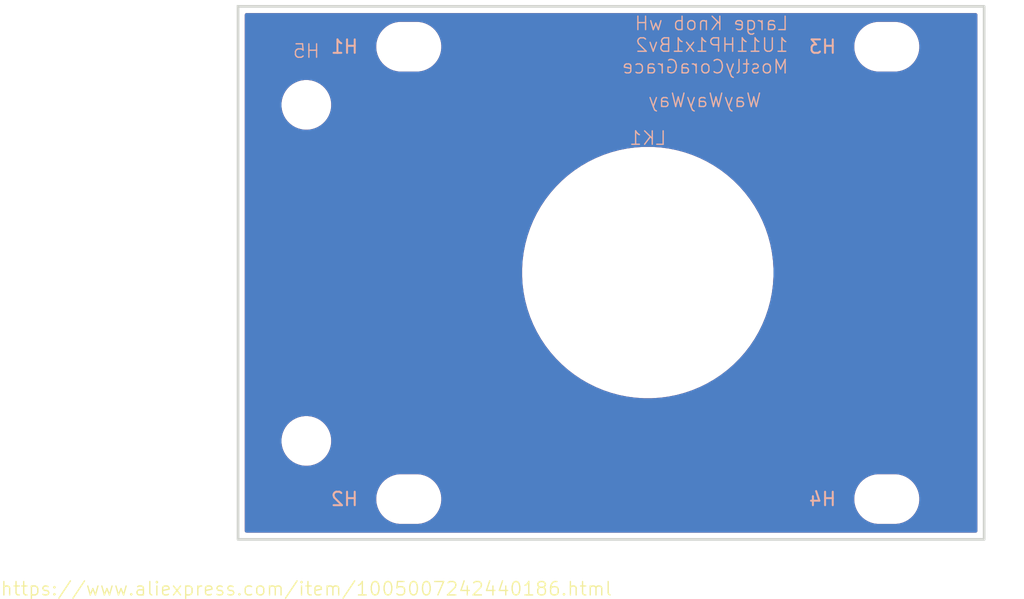
<source format=kicad_pcb>
(kicad_pcb (version 20241229) (generator "pcbnew") (generator_version "9.0")
  (layers (0 "F.Cu" signal) (2 "B.Cu" signal) (13 "F.Paste" user) (15 "B.Paste" user) (5 "F.SilkS" user "F.Silkscreen") (7 "B.SilkS" user "B.Silkscreen") (1 "F.Mask" user) (3 "B.Mask" user) (25 "Edge.Cuts" user))
  (net 0 "")
  (footprint "EXC:MountingHole_3.2mm_M3" (layer "F.Cu") (at 48.26 39.075)
    (property "Reference" "H4" (at -3.683 0 0) (layer "B.SilkS") (effects (justify left mirror)))
    (property "Value" "Eurorack_M3_MountingHole")
    (pad "" np_thru_hole oval (at 0 0) (size 4.34 3.2) (drill oval 4.34 3.2) (layers "*.Cu" "*.Mask"))
  )
  (footprint "EXC:MountingHole_3.2mm_M3" (layer "F.Cu") (at 12.7 39.075)
    (property "Reference" "H2" (at -3.683 0 0) (layer "B.SilkS") (effects (justify left mirror)))
    (property "Value" "Eurorack_M3_MountingHole")
    (pad "" np_thru_hole oval (at 0 0) (size 4.34 3.2) (drill oval 4.34 3.2) (layers "*.Cu" "*.Mask"))
  )
  (footprint "EXC:MountingHole_3.2mm_M3" (layer "F.Cu") (at 48.26 5.425)
    (property "Reference" "H3" (at -3.683 0 0) (layer "B.SilkS") (effects (justify left mirror)))
    (property "Value" "Eurorack_M3_MountingHole")
    (pad "" np_thru_hole oval (at 0 0) (size 4.34 3.2) (drill oval 4.34 3.2) (layers "*.Cu" "*.Mask"))
  )
  (footprint "EXC:Handle_1UM3P25_A" (layer "F.Cu") (at 5.08 9.75)
    (property "Reference" "H5" (at 0 -4 0) (layer "B.SilkS") (effects (font (thickness 0.1)) (justify mirror)))
    (property "Value" "Handle_1UM3P25_PanelMount_A")
    (property "Source" "https://www.aliexpress.com/item/1005007242440186.html" (at 0 36 0) (layer "F.SilkS") (effects (font (thickness 0.1))))
    (pad "" np_thru_hole circle (at 0 0) (size 3.2 3.2) (drill 3.2) (layers "*.Cu" "*.Mask"))
    (pad "" np_thru_hole circle (at 0 25) (size 3.2 3.2) (drill 3.2) (layers "*.Cu" "*.Mask"))
  )
  (footprint "EXC:MountingHole_3.2mm_M3" (layer "F.Cu") (at 12.7 5.425)
    (property "Reference" "H1" (at -3.683 0 0) (layer "B.SilkS") (effects (justify left mirror)))
    (property "Value" "Eurorack_M3_MountingHole")
    (pad "" np_thru_hole oval (at 0 0) (size 4.34 3.2) (drill oval 4.34 3.2) (layers "*.Cu" "*.Mask"))
  )
  (footprint "EXC:Knob_Large_20mm" (layer "F.Cu") (at 30.48 22.225)
    (property "Reference" "LK1" (at 0 -10 0) (layer "B.SilkS") (effects (font (thickness 0.1)) (justify mirror)))
    (property "Value" "20mm Large Knob")
    (pad "" np_thru_hole circle (at 0 0) (size 18.2 18.2) (drill 18.2) (layers "*.Cu" "*.Mask"))
  )
  (gr_rect (start 0 2.425) (end 55.5 42.075) (stroke (width 0.2)) (fill no) (layer "Edge.Cuts"))
  (gr_text "WayWayWay" (at 39 10 0) (layer "B.SilkS") (effects (font (size 1 1) (thickness 0.1)) (justify left bottom mirror)))
  (gr_text "Large Knob wH\n1U11HP1x1Bv2\nMostlyCoraGrace" (at 41 7.5 0) (layer "B.SilkS") (effects (font (size 1 1) (thickness 0.1)) (justify left bottom mirror)))
  (zone (net 0) (net_name "") (layers "F.Cu" "B.Cu") (connect_pads (clearance 0.5)) (min_thickness 0.25) (fill yes (thermal_gap 0.5) (thermal_bridge_width 0.5) (island_removal_mode 1) (island_area_min 10))
    (polygon (pts (xy 0 2.425) (xy 55.5 2.425) (xy 55.5 42.075) (xy 0 42.075)))
  )
)
</source>
